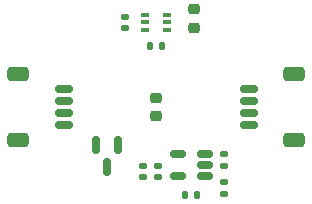
<source format=gtp>
%TF.GenerationSoftware,KiCad,Pcbnew,7.0.10-7.0.10~ubuntu22.04.1*%
%TF.CreationDate,2024-04-15T11:30:46-07:00*%
%TF.ProjectId,630nm_16mA,3633306e-6d5f-4313-966d-412e6b696361,rev?*%
%TF.SameCoordinates,Original*%
%TF.FileFunction,Paste,Top*%
%TF.FilePolarity,Positive*%
%FSLAX46Y46*%
G04 Gerber Fmt 4.6, Leading zero omitted, Abs format (unit mm)*
G04 Created by KiCad (PCBNEW 7.0.10-7.0.10~ubuntu22.04.1) date 2024-04-15 11:30:46*
%MOMM*%
%LPD*%
G01*
G04 APERTURE LIST*
G04 Aperture macros list*
%AMRoundRect*
0 Rectangle with rounded corners*
0 $1 Rounding radius*
0 $2 $3 $4 $5 $6 $7 $8 $9 X,Y pos of 4 corners*
0 Add a 4 corners polygon primitive as box body*
4,1,4,$2,$3,$4,$5,$6,$7,$8,$9,$2,$3,0*
0 Add four circle primitives for the rounded corners*
1,1,$1+$1,$2,$3*
1,1,$1+$1,$4,$5*
1,1,$1+$1,$6,$7*
1,1,$1+$1,$8,$9*
0 Add four rect primitives between the rounded corners*
20,1,$1+$1,$2,$3,$4,$5,0*
20,1,$1+$1,$4,$5,$6,$7,0*
20,1,$1+$1,$6,$7,$8,$9,0*
20,1,$1+$1,$8,$9,$2,$3,0*%
G04 Aperture macros list end*
%ADD10RoundRect,0.218750X-0.256250X0.218750X-0.256250X-0.218750X0.256250X-0.218750X0.256250X0.218750X0*%
%ADD11RoundRect,0.150000X-0.625000X0.150000X-0.625000X-0.150000X0.625000X-0.150000X0.625000X0.150000X0*%
%ADD12RoundRect,0.250000X-0.650000X0.350000X-0.650000X-0.350000X0.650000X-0.350000X0.650000X0.350000X0*%
%ADD13RoundRect,0.150000X0.625000X-0.150000X0.625000X0.150000X-0.625000X0.150000X-0.625000X-0.150000X0*%
%ADD14RoundRect,0.250000X0.650000X-0.350000X0.650000X0.350000X-0.650000X0.350000X-0.650000X-0.350000X0*%
%ADD15RoundRect,0.135000X-0.185000X0.135000X-0.185000X-0.135000X0.185000X-0.135000X0.185000X0.135000X0*%
%ADD16RoundRect,0.150000X0.512500X0.150000X-0.512500X0.150000X-0.512500X-0.150000X0.512500X-0.150000X0*%
%ADD17RoundRect,0.140000X0.170000X-0.140000X0.170000X0.140000X-0.170000X0.140000X-0.170000X-0.140000X0*%
%ADD18RoundRect,0.135000X0.185000X-0.135000X0.185000X0.135000X-0.185000X0.135000X-0.185000X-0.135000X0*%
%ADD19RoundRect,0.135000X-0.135000X-0.185000X0.135000X-0.185000X0.135000X0.185000X-0.135000X0.185000X0*%
%ADD20R,0.650000X0.400000*%
%ADD21RoundRect,0.150000X-0.150000X0.587500X-0.150000X-0.587500X0.150000X-0.587500X0.150000X0.587500X0*%
%ADD22RoundRect,0.140000X-0.140000X-0.170000X0.140000X-0.170000X0.140000X0.170000X-0.140000X0.170000X0*%
G04 APERTURE END LIST*
D10*
%TO.C,D1*%
X62700000Y-59212500D03*
X62700000Y-60787500D03*
%TD*%
D11*
%TO.C,J1*%
X54880000Y-58500000D03*
X54880000Y-59500000D03*
X54880000Y-60500000D03*
X54880000Y-61500000D03*
D12*
X51005000Y-57200000D03*
X51005000Y-62800000D03*
%TD*%
D13*
%TO.C,J2*%
X70520000Y-61500000D03*
X70520000Y-60500000D03*
X70520000Y-59500000D03*
X70520000Y-58500000D03*
D14*
X74395000Y-62800000D03*
X74395000Y-57200000D03*
%TD*%
D15*
%TO.C,R1*%
X68427600Y-63982600D03*
X68427600Y-65002600D03*
%TD*%
D16*
%TO.C,U2*%
X66795200Y-65881000D03*
X66795200Y-64931000D03*
X66795200Y-63981000D03*
X64520200Y-63981000D03*
X64520200Y-65881000D03*
%TD*%
D17*
%TO.C,C3*%
X62845200Y-65936000D03*
X62845200Y-64976000D03*
%TD*%
D18*
%TO.C,R3*%
X68427600Y-67360800D03*
X68427600Y-66340800D03*
%TD*%
D10*
%TO.C,L1*%
X65862200Y-51739700D03*
X65862200Y-53314700D03*
%TD*%
D19*
%TO.C,R2*%
X65150200Y-67481000D03*
X66170200Y-67481000D03*
%TD*%
D17*
%TO.C,C1*%
X60071000Y-53312000D03*
X60071000Y-52352000D03*
%TD*%
D20*
%TO.C,U1*%
X61727000Y-52197000D03*
X61727000Y-52847000D03*
X61727000Y-53497000D03*
X63627000Y-53497000D03*
X63627000Y-52847000D03*
X63627000Y-52197000D03*
%TD*%
D17*
%TO.C,C4*%
X61620200Y-65941000D03*
X61620200Y-64981000D03*
%TD*%
D21*
%TO.C,Q1*%
X59500000Y-63225000D03*
X57600000Y-63225000D03*
X58550000Y-65100000D03*
%TD*%
D22*
%TO.C,C2*%
X62209800Y-54864000D03*
X63169800Y-54864000D03*
%TD*%
M02*

</source>
